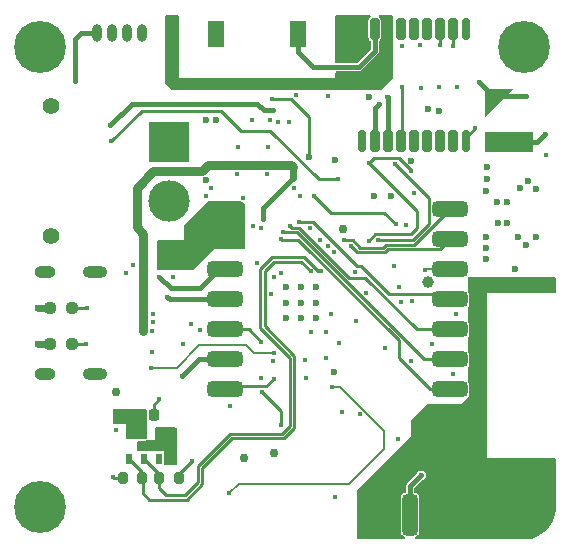
<source format=gbr>
%TF.GenerationSoftware,KiCad,Pcbnew,7.0.2*%
%TF.CreationDate,2023-10-17T14:13:15-04:00*%
%TF.ProjectId,BITSv5,42495453-7635-42e6-9b69-6361645f7063,rev?*%
%TF.SameCoordinates,Original*%
%TF.FileFunction,Copper,L4,Bot*%
%TF.FilePolarity,Positive*%
%FSLAX46Y46*%
G04 Gerber Fmt 4.6, Leading zero omitted, Abs format (unit mm)*
G04 Created by KiCad (PCBNEW 7.0.2) date 2023-10-17 14:13:15*
%MOMM*%
%LPD*%
G01*
G04 APERTURE LIST*
G04 Aperture macros list*
%AMRoundRect*
0 Rectangle with rounded corners*
0 $1 Rounding radius*
0 $2 $3 $4 $5 $6 $7 $8 $9 X,Y pos of 4 corners*
0 Add a 4 corners polygon primitive as box body*
4,1,4,$2,$3,$4,$5,$6,$7,$8,$9,$2,$3,0*
0 Add four circle primitives for the rounded corners*
1,1,$1+$1,$2,$3*
1,1,$1+$1,$4,$5*
1,1,$1+$1,$6,$7*
1,1,$1+$1,$8,$9*
0 Add four rect primitives between the rounded corners*
20,1,$1+$1,$2,$3,$4,$5,0*
20,1,$1+$1,$4,$5,$6,$7,0*
20,1,$1+$1,$6,$7,$8,$9,0*
20,1,$1+$1,$8,$9,$2,$3,0*%
%AMFreePoly0*
4,1,12,0.600036,1.800036,0.600050,1.800000,0.600050,-0.600000,0.600035,-0.600035,0.600000,-0.600050,-1.800000,-0.600050,-1.800035,-0.600035,-1.800050,-0.600000,-1.800035,-0.599965,0.599965,1.800036,0.600000,1.800050,0.600036,1.800036,0.600036,1.800036,$1*%
G04 Aperture macros list end*
%TA.AperFunction,ComponentPad*%
%ADD10C,0.600000*%
%TD*%
%TA.AperFunction,ComponentPad*%
%ADD11C,4.400000*%
%TD*%
%TA.AperFunction,ComponentPad*%
%ADD12O,2.100000X1.000000*%
%TD*%
%TA.AperFunction,ComponentPad*%
%ADD13O,1.800000X1.000000*%
%TD*%
%TA.AperFunction,SMDPad,CuDef*%
%ADD14O,0.800000X1.500000*%
%TD*%
%TA.AperFunction,ComponentPad*%
%ADD15C,1.400000*%
%TD*%
%TA.AperFunction,ComponentPad*%
%ADD16R,3.500000X3.500000*%
%TD*%
%TA.AperFunction,ComponentPad*%
%ADD17C,3.500000*%
%TD*%
%TA.AperFunction,SMDPad,CuDef*%
%ADD18RoundRect,0.200000X0.200000X0.275000X-0.200000X0.275000X-0.200000X-0.275000X0.200000X-0.275000X0*%
%TD*%
%TA.AperFunction,SMDPad,CuDef*%
%ADD19FreePoly0,180.000000*%
%TD*%
%TA.AperFunction,SMDPad,CuDef*%
%ADD20R,4.100000X1.700000*%
%TD*%
%TA.AperFunction,SMDPad,CuDef*%
%ADD21R,0.550000X0.950000*%
%TD*%
%TA.AperFunction,SMDPad,CuDef*%
%ADD22RoundRect,0.225000X-0.225000X-0.250000X0.225000X-0.250000X0.225000X0.250000X-0.225000X0.250000X0*%
%TD*%
%TA.AperFunction,SMDPad,CuDef*%
%ADD23RoundRect,0.322500X-1.177500X-0.322500X1.177500X-0.322500X1.177500X0.322500X-1.177500X0.322500X0*%
%TD*%
%TA.AperFunction,SMDPad,CuDef*%
%ADD24RoundRect,0.325000X-1.175000X-0.325000X1.175000X-0.325000X1.175000X0.325000X-1.175000X0.325000X0*%
%TD*%
%TA.AperFunction,SMDPad,CuDef*%
%ADD25RoundRect,0.325000X-0.325000X1.425000X-0.325000X-1.425000X0.325000X-1.425000X0.325000X1.425000X0*%
%TD*%
%TA.AperFunction,SMDPad,CuDef*%
%ADD26RoundRect,0.200000X-0.200000X-0.275000X0.200000X-0.275000X0.200000X0.275000X-0.200000X0.275000X0*%
%TD*%
%TA.AperFunction,SMDPad,CuDef*%
%ADD27R,1.362800X2.259800*%
%TD*%
%TA.AperFunction,SMDPad,CuDef*%
%ADD28RoundRect,0.237500X0.250000X0.237500X-0.250000X0.237500X-0.250000X-0.237500X0.250000X-0.237500X0*%
%TD*%
%TA.AperFunction,SMDPad,CuDef*%
%ADD29RoundRect,0.237500X-0.250000X-0.237500X0.250000X-0.237500X0.250000X0.237500X-0.250000X0.237500X0*%
%TD*%
%TA.AperFunction,SMDPad,CuDef*%
%ADD30RoundRect,0.175000X0.175000X-0.725000X0.175000X0.725000X-0.175000X0.725000X-0.175000X-0.725000X0*%
%TD*%
%TA.AperFunction,SMDPad,CuDef*%
%ADD31RoundRect,0.200000X0.200000X-0.700000X0.200000X0.700000X-0.200000X0.700000X-0.200000X-0.700000X0*%
%TD*%
%TA.AperFunction,ViaPad*%
%ADD32C,0.450000*%
%TD*%
%TA.AperFunction,ViaPad*%
%ADD33C,0.750000*%
%TD*%
%TA.AperFunction,ViaPad*%
%ADD34C,0.600000*%
%TD*%
%TA.AperFunction,ViaPad*%
%ADD35C,1.000000*%
%TD*%
%TA.AperFunction,Conductor*%
%ADD36C,0.450000*%
%TD*%
%TA.AperFunction,Conductor*%
%ADD37C,0.250000*%
%TD*%
%TA.AperFunction,Conductor*%
%ADD38C,0.200000*%
%TD*%
%TA.AperFunction,Conductor*%
%ADD39C,0.800000*%
%TD*%
%TA.AperFunction,Conductor*%
%ADD40C,0.600000*%
%TD*%
%TA.AperFunction,Conductor*%
%ADD41C,0.420000*%
%TD*%
G04 APERTURE END LIST*
D10*
%TO.P,U1,57,GND*%
%TO.N,GND*%
X129105000Y-68123100D03*
X130380000Y-68123100D03*
X131655000Y-68123100D03*
X129105000Y-66848100D03*
X130380000Y-66848100D03*
X131655000Y-66848100D03*
X129105000Y-65573100D03*
X130380000Y-65573100D03*
X131655000Y-65573100D03*
%TD*%
D11*
%TO.P,H2,1*%
%TO.N,N/C*%
X108225000Y-84200000D03*
%TD*%
D12*
%TO.P,J2,S1,SHIELD*%
%TO.N,GND*%
X112900100Y-64278102D03*
D13*
X108720100Y-64278102D03*
D12*
X112900100Y-72918102D03*
D13*
X108720100Y-72918102D03*
%TD*%
D14*
%TO.P,J3,5,Pin_5*%
%TO.N,unconnected-(J3-Pin_5-Pad5)*%
X116870000Y-44060000D03*
%TO.P,J3,6,Pin_6*%
%TO.N,unconnected-(J3-Pin_6-Pad6)*%
X115600000Y-44060000D03*
%TO.P,J3,7,Pin_7*%
%TO.N,unconnected-(J3-Pin_7-Pad7)*%
X114330000Y-44060000D03*
%TO.P,J3,8,Pin_8*%
%TO.N,GND*%
X113060000Y-44060000D03*
%TD*%
D15*
%TO.P,BT1,*%
%TO.N,*%
X109205100Y-61223102D03*
X109205100Y-50223102D03*
D16*
%TO.P,BT1,1,+*%
%TO.N,+BATT*%
X119205100Y-53223102D03*
D17*
%TO.P,BT1,2,-*%
%TO.N,GND*%
X119205100Y-58223102D03*
%TD*%
D11*
%TO.P,H3,1,1*%
%TO.N,GND*%
X149225000Y-84200000D03*
%TD*%
%TO.P,H1,1*%
%TO.N,N/C*%
X108225000Y-45200000D03*
%TD*%
%TO.P,H4,1*%
%TO.N,N/C*%
X149225000Y-45200000D03*
%TD*%
D18*
%TO.P,R9,2*%
%TO.N,/SDA*%
X118375000Y-81675000D03*
%TO.P,R9,1*%
%TO.N,+3V3*%
X120025000Y-81675000D03*
%TD*%
D19*
%TO.P,BT2,1,+*%
%TO.N,Net-(BT2-+)*%
X146550000Y-49325000D03*
D20*
%TO.P,BT2,2,-*%
%TO.N,GND*%
X148000000Y-53275000D03*
%TD*%
D21*
%TO.P,U11,1,VDD*%
%TO.N,+3V3*%
X115800000Y-77925000D03*
%TO.P,U11,2,PS*%
X117050000Y-77925000D03*
%TO.P,U11,3,GND*%
%TO.N,GND*%
X118300000Y-77925000D03*
%TO.P,U11,4,CSB*%
X119550000Y-77925000D03*
%TO.P,U11,5,CSB*%
X119550000Y-80075000D03*
%TO.P,U11,6,SDO*%
%TO.N,unconnected-(U11-SDO-Pad6)*%
X118300000Y-80075000D03*
%TO.P,U11,7,SDI/SDA*%
%TO.N,/SDA*%
X117050000Y-80075000D03*
%TO.P,U11,8,SCLK*%
%TO.N,/SCL*%
X115800000Y-80075000D03*
%TD*%
D22*
%TO.P,C29,1*%
%TO.N,+3V3*%
X116350000Y-76375000D03*
%TO.P,C29,2*%
%TO.N,GND*%
X117900000Y-76375000D03*
%TD*%
D23*
%TO.P,U4,1,SW*%
%TO.N,/DRF_SW*%
X123965000Y-74210000D03*
D24*
%TO.P,U4,2,GND*%
%TO.N,GND*%
X123965000Y-71665000D03*
%TO.P,U4,3,TXEN*%
%TO.N,/DRF_TXEN*%
X123965000Y-69125000D03*
%TO.P,U4,4,GND*%
%TO.N,GND*%
X123965000Y-66585000D03*
%TO.P,U4,5,GND*%
X123965000Y-64045000D03*
%TO.P,U4,6,VDD*%
%TO.N,+5V*%
X123965000Y-61505000D03*
%TO.P,U4,7,VDD*%
X123965000Y-58965000D03*
%TO.P,U4,8,DIO1*%
%TO.N,/DRF_DIO1*%
X142965000Y-58965000D03*
%TO.P,U4,9,BUSY*%
%TO.N,/DRF_BUSY*%
X142965000Y-61505000D03*
%TO.P,U4,10,RST*%
%TO.N,/RESET*%
X142965000Y-64045000D03*
%TO.P,U4,11,MISO*%
%TO.N,/DRF_MISO*%
X142965000Y-66585000D03*
%TO.P,U4,12,MOSI*%
%TO.N,/DRF_MOSI*%
X142965000Y-69125000D03*
%TO.P,U4,13,SCK*%
%TO.N,/DRF_CLK*%
X142965000Y-71665000D03*
D23*
%TO.P,U4,14,NSS*%
%TO.N,/DRF_CS*%
X142965000Y-74210000D03*
D25*
%TO.P,U4,15,GND*%
%TO.N,GND*%
X142135000Y-84815000D03*
%TO.P,U4,16,ANT*%
%TO.N,Net-(AE2-A)*%
X139595000Y-84815000D03*
%TO.P,U4,17,GND*%
%TO.N,GND*%
X137055000Y-84815000D03*
%TD*%
D26*
%TO.P,R6,1*%
%TO.N,+3V3*%
X115275000Y-81675000D03*
%TO.P,R6,2*%
%TO.N,/SCL*%
X116925000Y-81675000D03*
%TD*%
D27*
%TO.P,AE1,1,A*%
%TO.N,Net-(AE1-A)*%
X130101301Y-44155000D03*
%TO.P,AE1,2*%
%TO.N,N/C*%
X123175899Y-44155000D03*
%TD*%
D28*
%TO.P,R8,1*%
%TO.N,Net-(J2-CC2)*%
X110932600Y-70348102D03*
%TO.P,R8,2*%
%TO.N,GND*%
X109107600Y-70348102D03*
%TD*%
D29*
%TO.P,R7,1*%
%TO.N,GND*%
X109107600Y-67348102D03*
%TO.P,R7,2*%
%TO.N,Net-(J2-CC1)*%
X110932600Y-67348102D03*
%TD*%
D30*
%TO.P,U3,1,GND*%
%TO.N,GND*%
X144300000Y-53200000D03*
D31*
%TO.P,U3,2,TXD*%
%TO.N,unconnected-(U3-TXD-Pad2)*%
X143200000Y-53200000D03*
%TO.P,U3,3,RXD*%
%TO.N,unconnected-(U3-RXD-Pad3)*%
X142100000Y-53200000D03*
%TO.P,U3,4,TIMEPULSE*%
%TO.N,unconnected-(U3-TIMEPULSE-Pad4)*%
X141000000Y-53200000D03*
%TO.P,U3,5,EXTINT*%
%TO.N,unconnected-(U3-EXTINT-Pad5)*%
X139900000Y-53200000D03*
%TO.P,U3,6,V_BCKP*%
%TO.N,Net-(BT2-+)*%
X138800000Y-53200000D03*
%TO.P,U3,7,VCC_IO*%
%TO.N,+3V3*%
X137700000Y-53200000D03*
%TO.P,U3,8,VCC*%
X136600000Y-53200000D03*
D30*
%TO.P,U3,9,~{RESET}*%
%TO.N,unconnected-(U3-~{RESET}-Pad9)*%
X135500000Y-53200000D03*
%TO.P,U3,10,GND*%
%TO.N,GND*%
X135500000Y-43700000D03*
D31*
%TO.P,U3,11,RF_IN*%
%TO.N,Net-(AE1-A)*%
X136600000Y-43700000D03*
%TO.P,U3,12,GND*%
%TO.N,GND*%
X137700000Y-43700000D03*
%TO.P,U3,13,LNA_EN*%
%TO.N,unconnected-(U3-LNA_EN-Pad13)*%
X138800000Y-43700000D03*
%TO.P,U3,14,VCC_RF*%
%TO.N,unconnected-(U3-VCC_RF-Pad14)*%
X139900000Y-43700000D03*
%TO.P,U3,15,VIO_SEL*%
%TO.N,unconnected-(U3-VIO_SEL-Pad15)*%
X141000000Y-43700000D03*
%TO.P,U3,16,SDA*%
%TO.N,/SDA*%
X142100000Y-43700000D03*
%TO.P,U3,17,SCL*%
%TO.N,/SCL*%
X143200000Y-43700000D03*
D30*
%TO.P,U3,18,~{SAFEBOOT}*%
%TO.N,unconnected-(U3-~{SAFEBOOT}-Pad18)*%
X144300000Y-43700000D03*
%TD*%
D32*
%TO.N,+3V3*%
X131980000Y-61570000D03*
X127850000Y-66120000D03*
X137670000Y-49440000D03*
X136940000Y-50060000D03*
%TO.N,GND*%
X124366402Y-75571000D03*
X145110000Y-52070000D03*
X129320000Y-51530000D03*
%TO.N,/LVC_CUTOFF*%
X114300000Y-53180000D03*
%TO.N,GND*%
X118330000Y-64650000D03*
X119030000Y-66350000D03*
X120270000Y-73110000D03*
%TO.N,Net-(SW3-C)*%
X128030000Y-50530000D03*
X114210000Y-51860000D03*
%TO.N,/LED*%
X128080000Y-71150000D03*
%TO.N,GND*%
X111250000Y-48060000D03*
%TO.N,/RP_SWD*%
X116120000Y-63650000D03*
%TO.N,/RP_SWCLK*%
X115540000Y-64380000D03*
%TO.N,/RP_SWD*%
X128700000Y-64340000D03*
%TO.N,/RP_SWCLK*%
X128110000Y-64730000D03*
%TO.N,GND*%
X129911937Y-49298063D03*
X132660000Y-49360000D03*
%TO.N,+3V3*%
X135858068Y-66081932D03*
%TO.N,/DRF_SW*%
X128040000Y-73330000D03*
%TO.N,/DRF_TXEN*%
X127010000Y-70160000D03*
%TO.N,/DRF_BUSY*%
X134570000Y-62070000D03*
%TO.N,/DRF_DIO1*%
X133990000Y-61550000D03*
D33*
%TO.N,GND*%
X133930000Y-60620000D03*
D32*
%TO.N,/DRF_TXEN*%
X131231819Y-69308181D03*
%TO.N,GND*%
X140470000Y-45050000D03*
X138910000Y-45090000D03*
X137690000Y-46840000D03*
X137310000Y-47740000D03*
X136550000Y-48360000D03*
X135590000Y-48410000D03*
X134580000Y-48420000D03*
X133530000Y-48380000D03*
X132280000Y-48330000D03*
X130760000Y-48290000D03*
X129270000Y-48320000D03*
X127930000Y-48350000D03*
X126370000Y-48360000D03*
X125060000Y-48350000D03*
X123650000Y-48360000D03*
X122350000Y-48340000D03*
X121170000Y-48340000D03*
X119800000Y-48280000D03*
X119380000Y-47400000D03*
X119330000Y-46060000D03*
X119330000Y-44990000D03*
X119370000Y-43840000D03*
X119400000Y-42890000D03*
X135740000Y-45210000D03*
X135120000Y-45800000D03*
X134460000Y-46110000D03*
X133640000Y-46150000D03*
X133580000Y-47650000D03*
X134420000Y-47650000D03*
X135480000Y-47590000D03*
X136240000Y-47090000D03*
X136780000Y-46560000D03*
X137360000Y-45850000D03*
X137350000Y-45140000D03*
%TO.N,/RESET*%
X140820000Y-64090000D03*
%TO.N,/DRF_BUSY*%
X133560000Y-70290000D03*
%TO.N,+3V3*%
X121150000Y-80250000D03*
%TO.N,/SDA*%
X132076477Y-64181879D03*
%TO.N,/SCL*%
X131190327Y-64209620D03*
%TO.N,GND*%
X137500000Y-70690000D03*
%TO.N,/RESET*%
X132970000Y-73980000D03*
%TO.N,GND*%
X143510000Y-67810000D03*
X141490000Y-70360000D03*
X143250000Y-72900000D03*
X139710000Y-71800000D03*
%TO.N,+3V3*%
X135350000Y-76330000D03*
%TO.N,VCC*%
X127920000Y-49590000D03*
X131480000Y-57790000D03*
D34*
X131040000Y-54550000D03*
%TO.N,+BATT*%
X122310000Y-56440000D03*
%TO.N,VBUS*%
X129660000Y-56280000D03*
X129680000Y-55360000D03*
D32*
%TO.N,GND*%
X119520000Y-64660000D03*
X121830000Y-69150000D03*
%TO.N,+3V3*%
X121060000Y-68690000D03*
X126660000Y-63470000D03*
%TO.N,/DRF_DIO1*%
X132515000Y-69345000D03*
%TO.N,/DRF_SW*%
X132460000Y-71530000D03*
%TO.N,GND*%
X130800000Y-73220000D03*
X133810000Y-76160000D03*
X138600000Y-78430000D03*
X133270000Y-83340000D03*
%TO.N,+3V3*%
X114730000Y-77640000D03*
%TO.N,GND*%
X117780000Y-71020000D03*
X117780000Y-69220000D03*
X117820000Y-68480000D03*
X117790000Y-67820000D03*
%TO.N,+3V3*%
X120340000Y-70390000D03*
X127980000Y-71830000D03*
X130690000Y-71720000D03*
D34*
X133120000Y-72760000D03*
%TO.N,+5V*%
X119610000Y-61960000D03*
X118590000Y-61970000D03*
X118600000Y-62790000D03*
X119660000Y-62810000D03*
X119660000Y-63640000D03*
X118610000Y-63640000D03*
%TO.N,GND*%
X148450000Y-64020000D03*
%TO.N,+5V*%
X149450000Y-62020000D03*
X150260000Y-61310000D03*
X148720000Y-61340000D03*
X147840000Y-60120000D03*
X147050000Y-60100000D03*
X146030000Y-61340000D03*
X146040000Y-62250000D03*
X146040000Y-63180000D03*
%TO.N,+3V3*%
X149570000Y-56600000D03*
X150220000Y-57200000D03*
X148880000Y-57160000D03*
X147810000Y-58370000D03*
X146950000Y-58370000D03*
X146060000Y-57380000D03*
X146090000Y-56400000D03*
X146080000Y-55370000D03*
D32*
%TO.N,GND*%
X150980000Y-52610000D03*
X151120000Y-54330000D03*
%TO.N,Net-(BT2-+)*%
X149400000Y-49360000D03*
%TO.N,GND*%
X126280000Y-60380000D03*
X127000000Y-60530000D03*
%TO.N,+BATT*%
X125490000Y-58040000D03*
%TO.N,VBUS*%
X127100000Y-59790000D03*
%TO.N,Net-(BT2-+)*%
X138920000Y-48590000D03*
X145450000Y-48200000D03*
%TO.N,+3V3*%
X140490000Y-48660000D03*
X142020000Y-48600000D03*
X143570000Y-48610000D03*
%TO.N,/SCL*%
X143200000Y-45090000D03*
%TO.N,/SDA*%
X142090000Y-45060000D03*
%TO.N,GND*%
X143480000Y-75790000D03*
X142330000Y-75850000D03*
X141310000Y-75910000D03*
X140580000Y-76520000D03*
X140100000Y-77410000D03*
X139770000Y-78650000D03*
X138930000Y-79450000D03*
X138070000Y-80230000D03*
X137130000Y-81170000D03*
X136260000Y-82120000D03*
X135460000Y-82970000D03*
X135460000Y-84170000D03*
X135450000Y-85310000D03*
X135470000Y-86420000D03*
X151350000Y-65530000D03*
X150440000Y-65540000D03*
X149380000Y-65490000D03*
X148380000Y-65500000D03*
X147450000Y-65490000D03*
X146420000Y-65510000D03*
X145460000Y-66070000D03*
X145470000Y-67080000D03*
X145480000Y-67950000D03*
X145530000Y-69060000D03*
X145560000Y-70130000D03*
X145590000Y-71360000D03*
X145620000Y-72550000D03*
X145630000Y-73640000D03*
X145640000Y-74630000D03*
X150920000Y-80650000D03*
X149760000Y-80550000D03*
X148640000Y-80560000D03*
X147500000Y-80600000D03*
X146460000Y-80630000D03*
X145690000Y-80010000D03*
X145720000Y-78930000D03*
X145690000Y-75630000D03*
X144960000Y-75950000D03*
X144440000Y-76470000D03*
X143810000Y-77060000D03*
X143140000Y-77750000D03*
X142470000Y-78370000D03*
X141800000Y-79020000D03*
X141180000Y-79650000D03*
X145820000Y-77140000D03*
X145380000Y-77700000D03*
X144870000Y-78280000D03*
X144320000Y-78860000D03*
X143760000Y-79370000D03*
X143150000Y-79930000D03*
X142640000Y-80490000D03*
X142100000Y-81110000D03*
X141540000Y-81700000D03*
X141040000Y-82210000D03*
X140660000Y-80190000D03*
X140130000Y-80680000D03*
X139630000Y-81100000D03*
X139190000Y-81630000D03*
X138770000Y-82250000D03*
X138420000Y-83010000D03*
X138310000Y-83950000D03*
X138310000Y-84860000D03*
X138330000Y-85670000D03*
X138390000Y-86580000D03*
X140730000Y-86510000D03*
X140830000Y-85770000D03*
X140830000Y-85100000D03*
X140790000Y-84260000D03*
X140760000Y-83450000D03*
X140490000Y-82660000D03*
%TO.N,Net-(AE2-A)*%
X140540000Y-81460000D03*
%TO.N,/QSPI_SS*%
X127070000Y-74430000D03*
X128670000Y-77240000D03*
D33*
%TO.N,GND*%
X128050000Y-79580000D03*
%TO.N,+5V*%
X125550000Y-79980000D03*
D32*
%TO.N,/RESET*%
X124300000Y-83000000D03*
%TO.N,GND*%
X138620000Y-65550000D03*
X138810000Y-66800000D03*
X139770000Y-66720000D03*
X138260000Y-63780000D03*
X134980000Y-68400000D03*
X132860000Y-67850000D03*
%TO.N,/RESET*%
X134890000Y-64270000D03*
%TO.N,GND*%
X131120000Y-60530000D03*
%TO.N,/SDA*%
X133160000Y-62550000D03*
%TO.N,/SCL*%
X132664458Y-62034458D03*
%TO.N,/DRF_CS*%
X128626224Y-61453776D03*
%TO.N,/DRF_MISO*%
X130180000Y-60030000D03*
%TO.N,/DRF_CLK*%
X128840000Y-60840000D03*
%TO.N,/DRF_MOSI*%
X129440000Y-60378000D03*
D34*
%TO.N,GND*%
X141073000Y-50496899D03*
D32*
X124980000Y-55960000D03*
D34*
X139703000Y-54831899D03*
D32*
X129780000Y-57160000D03*
X118075000Y-78975000D03*
D34*
X122325000Y-51355000D03*
X108120100Y-67348102D03*
D32*
X127530000Y-53660000D03*
X117450000Y-78975000D03*
X128405000Y-51535000D03*
D34*
X133195000Y-54775000D03*
D32*
X130280000Y-57860000D03*
D34*
X136085000Y-49425000D03*
D32*
X118350000Y-75050000D03*
X116825000Y-79000000D03*
D33*
X114695000Y-74425000D03*
D34*
X137958000Y-57806899D03*
D32*
X126980000Y-73215600D03*
X126230000Y-51435000D03*
D34*
X108120100Y-70348102D03*
X142043000Y-50651899D03*
D32*
X122305000Y-57860000D03*
X125005000Y-53660000D03*
D35*
X141088101Y-65151899D03*
D32*
X127705000Y-51410000D03*
X122780000Y-57185000D03*
D34*
X136533000Y-57831899D03*
D32*
X127505000Y-55960000D03*
D34*
X123175000Y-51355000D03*
D32*
%TO.N,+3V3*%
X114400000Y-81625000D03*
D34*
X115025000Y-76525000D03*
D32*
%TO.N,VCC*%
X138403000Y-60226899D03*
%TO.N,Net-(U5-FB1)*%
X136860000Y-61520000D03*
X138323000Y-55086899D03*
%TO.N,Net-(U5-BIAS)*%
X136090000Y-61600000D03*
X136113000Y-55016899D03*
X139713000Y-55706899D03*
%TO.N,Net-(U5-VCC)*%
X139923000Y-57546899D03*
X139253000Y-60326899D03*
D34*
%TO.N,VBUS*%
X117005000Y-67825000D03*
X117005000Y-68555000D03*
X117015000Y-69295000D03*
D32*
%TO.N,Net-(J2-CC1)*%
X112245100Y-67348102D03*
%TO.N,/LED*%
X117637500Y-72400000D03*
%TO.N,/LVC_CUTOFF*%
X133473000Y-56416899D03*
%TO.N,Net-(J2-CC2)*%
X112145100Y-70348102D03*
%TD*%
D36*
%TO.N,+3V3*%
X137700000Y-49470000D02*
X137670000Y-49440000D01*
X137700000Y-53200000D02*
X137700000Y-49470000D01*
X136600000Y-50400000D02*
X136940000Y-50060000D01*
X136600000Y-53200000D02*
X136600000Y-50400000D01*
D37*
%TO.N,Net-(BT2-+)*%
X138920000Y-53080000D02*
X138920000Y-48590000D01*
X138800000Y-53200000D02*
X138920000Y-53080000D01*
%TO.N,Net-(U5-BIAS)*%
X138669899Y-54609899D02*
X136520000Y-54609899D01*
X136520000Y-54609899D02*
X136113000Y-55016899D01*
X139713000Y-55653000D02*
X138669899Y-54609899D01*
X139713000Y-55706899D02*
X139713000Y-55653000D01*
X140170000Y-59073899D02*
X136113000Y-55016899D01*
X140170000Y-60540000D02*
X140170000Y-59073899D01*
X139667000Y-61043000D02*
X140170000Y-60540000D01*
X136647000Y-61043000D02*
X139667000Y-61043000D01*
X136090000Y-61600000D02*
X136647000Y-61043000D01*
%TO.N,Net-(U5-FB1)*%
X141213000Y-57976899D02*
X138323000Y-55086899D01*
X141213000Y-60183842D02*
X141213000Y-57976899D01*
X139876842Y-61520000D02*
X141213000Y-60183842D01*
X136860000Y-61520000D02*
X139876842Y-61520000D01*
%TO.N,/DRF_DIO1*%
X137320582Y-62213000D02*
X135387580Y-62213000D01*
X137557581Y-61976000D02*
X137320582Y-62213000D01*
X135387580Y-62213000D02*
X134724580Y-61550000D01*
X134724580Y-61550000D02*
X133990000Y-61550000D01*
X142965000Y-58965000D02*
X139954000Y-61976000D01*
X139954000Y-61976000D02*
X137557581Y-61976000D01*
%TO.N,/DRF_BUSY*%
X135090000Y-62590000D02*
X134570000Y-62070000D01*
X137713740Y-62353000D02*
X137476741Y-62590000D01*
X142117000Y-62353000D02*
X137713740Y-62353000D01*
X137476741Y-62590000D02*
X135090000Y-62590000D01*
X142965000Y-61505000D02*
X142117000Y-62353000D01*
%TO.N,GND*%
X144300000Y-52880000D02*
X145110000Y-52070000D01*
X144300000Y-53200000D02*
X144300000Y-52880000D01*
%TO.N,/LVC_CUTOFF*%
X123580000Y-50610000D02*
X116870000Y-50610000D01*
X127770000Y-52320000D02*
X125290000Y-52320000D01*
X131866899Y-56416899D02*
X127770000Y-52320000D01*
X116870000Y-50610000D02*
X114300000Y-53180000D01*
X133473000Y-56416899D02*
X131866899Y-56416899D01*
X125290000Y-52320000D02*
X123580000Y-50610000D01*
D36*
%TO.N,Net-(SW3-C)*%
X126660000Y-50000000D02*
X127190000Y-50530000D01*
X116070000Y-50000000D02*
X126660000Y-50000000D01*
X127190000Y-50530000D02*
X128030000Y-50530000D01*
X114210000Y-51860000D02*
X116070000Y-50000000D01*
%TO.N,GND*%
X119340000Y-65660000D02*
X118330000Y-64650000D01*
X121780000Y-65660000D02*
X119340000Y-65660000D01*
X123395000Y-64045000D02*
X121780000Y-65660000D01*
X123965000Y-64045000D02*
X123395000Y-64045000D01*
X119265000Y-66585000D02*
X119030000Y-66350000D01*
X123965000Y-66585000D02*
X119265000Y-66585000D01*
X121715000Y-71665000D02*
X120270000Y-73110000D01*
X123965000Y-71665000D02*
X121715000Y-71665000D01*
D38*
%TO.N,/LED*%
X119830000Y-72400000D02*
X117637500Y-72400000D01*
X125730000Y-70480000D02*
X121750000Y-70480000D01*
X126400000Y-71150000D02*
X125730000Y-70480000D01*
X121750000Y-70480000D02*
X119830000Y-72400000D01*
X128080000Y-71150000D02*
X126400000Y-71150000D01*
D37*
%TO.N,VCC*%
X132930000Y-59240000D02*
X137416101Y-59240000D01*
X131480000Y-57790000D02*
X132930000Y-59240000D01*
X137416101Y-59240000D02*
X138403000Y-60226899D01*
D36*
%TO.N,GND*%
X111250000Y-44560000D02*
X111250000Y-48060000D01*
X111750000Y-44060000D02*
X111250000Y-44560000D01*
X113060000Y-44060000D02*
X111750000Y-44060000D01*
D37*
%TO.N,/SDA*%
X118375000Y-82555000D02*
X118375000Y-81675000D01*
X118960000Y-83140000D02*
X118375000Y-82555000D01*
X120536842Y-83140000D02*
X118960000Y-83140000D01*
X121623421Y-82053421D02*
X120536842Y-83140000D01*
X121623421Y-80683421D02*
X121623421Y-82053421D01*
X124366842Y-77940000D02*
X121623421Y-80683421D01*
X128780000Y-77940000D02*
X124366842Y-77940000D01*
X129430000Y-71510000D02*
X129430000Y-77290000D01*
X126920000Y-69000000D02*
X129430000Y-71510000D01*
X130654580Y-63000000D02*
X127910000Y-63000000D01*
X131836459Y-64181879D02*
X130654580Y-63000000D01*
X129430000Y-77290000D02*
X128780000Y-77940000D01*
X127910000Y-63000000D02*
X126920000Y-63990000D01*
X126920000Y-63990000D02*
X126920000Y-69000000D01*
X132076477Y-64181879D02*
X131836459Y-64181879D01*
%TO.N,/SCL*%
X116980000Y-81730000D02*
X116925000Y-81675000D01*
X116980000Y-83000000D02*
X116980000Y-81730000D01*
X117510000Y-83530000D02*
X116980000Y-83000000D01*
X117510000Y-83540000D02*
X117510000Y-83530000D01*
X120670000Y-83540000D02*
X117510000Y-83540000D01*
X122000421Y-82209579D02*
X120670000Y-83540000D01*
X122000421Y-80839579D02*
X122000421Y-82209579D01*
X124510000Y-78330000D02*
X122000421Y-80839579D01*
X128923158Y-78330000D02*
X124510000Y-78330000D01*
X127297000Y-68843842D02*
X129807000Y-71353842D01*
X129807000Y-71353842D02*
X129807000Y-77446158D01*
X127297000Y-64146158D02*
X127297000Y-68843842D01*
X128066158Y-63377000D02*
X127297000Y-64146158D01*
X131190327Y-64209620D02*
X130357707Y-63377000D01*
X129807000Y-77446158D02*
X128923158Y-78330000D01*
X130357707Y-63377000D02*
X128066158Y-63377000D01*
%TO.N,/DRF_SW*%
X127417000Y-73953000D02*
X128040000Y-73330000D01*
X124222000Y-73953000D02*
X127417000Y-73953000D01*
X123965000Y-74210000D02*
X124222000Y-73953000D01*
%TO.N,/DRF_TXEN*%
X125975000Y-69125000D02*
X127010000Y-70160000D01*
X123965000Y-69125000D02*
X125975000Y-69125000D01*
%TO.N,/DRF_MISO*%
X133637000Y-62357000D02*
X133637000Y-62332420D01*
X131334580Y-60030000D02*
X130180000Y-60030000D01*
X135073000Y-63793000D02*
X133637000Y-62357000D01*
X137810000Y-66150000D02*
X135453000Y-63793000D01*
X142530000Y-66150000D02*
X137810000Y-66150000D01*
X133637000Y-62332420D02*
X131334580Y-60030000D01*
X142965000Y-66585000D02*
X142530000Y-66150000D01*
X135453000Y-63793000D02*
X135073000Y-63793000D01*
%TO.N,/DRF_MOSI*%
X130148421Y-60513000D02*
X129575000Y-60513000D01*
X134382420Y-64747000D02*
X130148421Y-60513000D01*
X135807000Y-64747000D02*
X134382420Y-64747000D01*
X140185000Y-69125000D02*
X135807000Y-64747000D01*
X129575000Y-60513000D02*
X129440000Y-60378000D01*
X142965000Y-69125000D02*
X140185000Y-69125000D01*
%TO.N,/DRF_CLK*%
X128890000Y-60890000D02*
X128840000Y-60840000D01*
X129992262Y-60890000D02*
X128890000Y-60890000D01*
X140767262Y-71665000D02*
X129992262Y-60890000D01*
X142965000Y-71665000D02*
X140767262Y-71665000D01*
%TO.N,/DRF_CS*%
X128699448Y-61527000D02*
X128626224Y-61453776D01*
X138620000Y-70050896D02*
X130096104Y-61527000D01*
X130096104Y-61527000D02*
X128699448Y-61527000D01*
X141299420Y-74210000D02*
X138620000Y-71530580D01*
X142965000Y-74210000D02*
X141299420Y-74210000D01*
X138620000Y-71530580D02*
X138620000Y-70050896D01*
%TO.N,VCC*%
X131040000Y-51100000D02*
X131040000Y-54550000D01*
X129530000Y-49590000D02*
X131040000Y-51100000D01*
X127920000Y-49590000D02*
X129530000Y-49590000D01*
D38*
%TO.N,/RESET*%
X140865000Y-64045000D02*
X140820000Y-64090000D01*
X142965000Y-64045000D02*
X140865000Y-64045000D01*
D37*
%TO.N,/QSPI_SS*%
X128670000Y-77240000D02*
X128670000Y-76030000D01*
X128670000Y-76030000D02*
X127070000Y-74430000D01*
%TO.N,+3V3*%
X120025000Y-81375000D02*
X121150000Y-80250000D01*
X120025000Y-81675000D02*
X120025000Y-81375000D01*
%TO.N,/SDA*%
X118375000Y-81675000D02*
X118375000Y-81400000D01*
X118375000Y-81400000D02*
X117050000Y-80075000D01*
D38*
%TO.N,/RESET*%
X134440000Y-82200000D02*
X125100000Y-82200000D01*
X125100000Y-82200000D02*
X124300000Y-83000000D01*
X137420000Y-79220000D02*
X134440000Y-82200000D01*
X137420000Y-77760775D02*
X137420000Y-79220000D01*
X133639225Y-73980000D02*
X137420000Y-77760775D01*
X132970000Y-73980000D02*
X133639225Y-73980000D01*
D36*
%TO.N,VBUS*%
X127100000Y-58840000D02*
X129660000Y-56280000D01*
X127100000Y-59790000D02*
X127100000Y-58840000D01*
D39*
X116450000Y-57120000D02*
X117850000Y-55720000D01*
X116450000Y-60491643D02*
X116450000Y-57120000D01*
X117850000Y-55720000D02*
X122001866Y-55720000D01*
X122001866Y-55720000D02*
X122511866Y-55210000D01*
X129530000Y-55210000D02*
X129680000Y-55360000D01*
X117015000Y-61056643D02*
X116450000Y-60491643D01*
X117015000Y-69295000D02*
X117015000Y-61056643D01*
X122511866Y-55210000D02*
X129530000Y-55210000D01*
D40*
X129680000Y-55360000D02*
X129680000Y-56260000D01*
X129680000Y-56260000D02*
X129660000Y-56280000D01*
D36*
%TO.N,GND*%
X150315000Y-53275000D02*
X150980000Y-52610000D01*
X148000000Y-53275000D02*
X150315000Y-53275000D01*
%TO.N,Net-(BT2-+)*%
X149365000Y-49325000D02*
X149400000Y-49360000D01*
X146550000Y-49325000D02*
X149365000Y-49325000D01*
X146550000Y-49300000D02*
X145450000Y-48200000D01*
X146550000Y-49325000D02*
X146550000Y-49300000D01*
D37*
%TO.N,/SCL*%
X143200000Y-43700000D02*
X143200000Y-45090000D01*
%TO.N,/SDA*%
X142100000Y-45050000D02*
X142090000Y-45060000D01*
X142100000Y-43700000D02*
X142100000Y-45050000D01*
D41*
%TO.N,Net-(AE1-A)*%
X130101301Y-45631301D02*
X130101301Y-44155000D01*
X135230000Y-46920000D02*
X131390000Y-46920000D01*
X136600000Y-45550000D02*
X135230000Y-46920000D01*
X136600000Y-43700000D02*
X136600000Y-45550000D01*
X131390000Y-46920000D02*
X130101301Y-45631301D01*
%TO.N,Net-(AE2-A)*%
X139595000Y-82405000D02*
X140540000Y-81460000D01*
X139595000Y-84815000D02*
X139595000Y-82405000D01*
D40*
%TO.N,GND*%
X109107600Y-67348102D02*
X108120100Y-67348102D01*
D37*
X117900000Y-76375000D02*
X117900000Y-75500000D01*
D40*
X109107600Y-70348102D02*
X108120100Y-70348102D01*
D37*
X117900000Y-75500000D02*
X118350000Y-75050000D01*
%TO.N,+3V3*%
X114450000Y-81675000D02*
X114400000Y-81625000D01*
X115275000Y-81675000D02*
X114450000Y-81675000D01*
%TO.N,Net-(J2-CC1)*%
X110932600Y-67348102D02*
X112245100Y-67348102D01*
%TO.N,Net-(J2-CC2)*%
X110932600Y-70348102D02*
X112145100Y-70348102D01*
%TO.N,/SCL*%
X116925000Y-81675000D02*
X116925000Y-81200000D01*
X116925000Y-81200000D02*
X115800000Y-80075000D01*
%TD*%
%TA.AperFunction,Conductor*%
%TO.N,+3V3*%
G36*
X117268039Y-75894685D02*
G01*
X117313794Y-75947489D01*
X117325000Y-75999000D01*
X117325000Y-76065404D01*
X117323704Y-76083284D01*
X117322500Y-76091546D01*
X117322500Y-76658451D01*
X117323705Y-76666717D01*
X117325000Y-76684592D01*
X117325000Y-78276000D01*
X117305315Y-78343039D01*
X117252511Y-78388794D01*
X117201000Y-78400000D01*
X115649000Y-78400000D01*
X115581961Y-78380315D01*
X115536206Y-78327511D01*
X115525000Y-78276000D01*
X115525000Y-77175000D01*
X114524000Y-77175000D01*
X114456961Y-77155315D01*
X114411206Y-77102511D01*
X114400000Y-77051000D01*
X114400000Y-75999000D01*
X114419685Y-75931961D01*
X114472489Y-75886206D01*
X114524000Y-75875000D01*
X117201000Y-75875000D01*
X117268039Y-75894685D01*
G37*
%TD.AperFunction*%
%TD*%
%TA.AperFunction,Conductor*%
%TO.N,GND*%
G36*
X119793039Y-77444685D02*
G01*
X119838794Y-77497489D01*
X119850000Y-77549000D01*
X119850000Y-80451000D01*
X119830315Y-80518039D01*
X119777511Y-80563794D01*
X119726000Y-80575000D01*
X118849000Y-80575000D01*
X118781961Y-80555315D01*
X118736206Y-80502511D01*
X118725000Y-80451000D01*
X118725000Y-79450000D01*
X116624000Y-79450000D01*
X116556961Y-79430315D01*
X116511206Y-79377511D01*
X116500000Y-79326000D01*
X116500000Y-78656500D01*
X116519685Y-78589461D01*
X116572489Y-78543706D01*
X116624000Y-78532500D01*
X117197690Y-78532500D01*
X117201000Y-78532500D01*
X117229166Y-78529472D01*
X117231197Y-78529030D01*
X117250206Y-78527500D01*
X117337558Y-78527500D01*
X117374748Y-78520102D01*
X117410972Y-78495898D01*
X117477650Y-78475020D01*
X117479863Y-78475000D01*
X118000000Y-78475000D01*
X118000000Y-77549000D01*
X118019685Y-77481961D01*
X118072489Y-77436206D01*
X118124000Y-77425000D01*
X119726000Y-77425000D01*
X119793039Y-77444685D01*
G37*
%TD.AperFunction*%
%TD*%
%TA.AperFunction,Conductor*%
%TO.N,GND*%
G36*
X151867539Y-64689685D02*
G01*
X151913294Y-64742489D01*
X151924500Y-64794000D01*
X151924500Y-65956000D01*
X151904815Y-66023039D01*
X151852011Y-66068794D01*
X151800500Y-66080000D01*
X146090000Y-66080000D01*
X146090000Y-80030000D01*
X151800500Y-80030000D01*
X151867539Y-80049685D01*
X151913294Y-80102489D01*
X151924500Y-80154000D01*
X151924500Y-84196519D01*
X151924305Y-84203472D01*
X151907916Y-84495296D01*
X151906359Y-84509114D01*
X151857984Y-84793827D01*
X151854890Y-84807384D01*
X151774939Y-85084899D01*
X151770346Y-85098024D01*
X151659830Y-85364834D01*
X151653797Y-85377362D01*
X151514100Y-85630125D01*
X151506702Y-85641899D01*
X151339584Y-85877430D01*
X151330914Y-85888302D01*
X151138475Y-86103642D01*
X151128642Y-86113475D01*
X150913302Y-86305914D01*
X150902430Y-86314584D01*
X150666899Y-86481702D01*
X150655125Y-86489100D01*
X150402362Y-86628797D01*
X150389834Y-86634830D01*
X150123024Y-86745346D01*
X150109899Y-86749939D01*
X149832384Y-86829890D01*
X149818827Y-86832984D01*
X149534114Y-86881359D01*
X149520296Y-86882916D01*
X149228472Y-86899305D01*
X149221519Y-86899500D01*
X140135123Y-86899500D01*
X140068084Y-86879815D01*
X140022329Y-86827011D01*
X140012385Y-86757853D01*
X140041410Y-86694297D01*
X140094169Y-86658458D01*
X140107372Y-86653837D01*
X140133827Y-86644581D01*
X140133827Y-86644580D01*
X140133829Y-86644580D01*
X140243580Y-86563580D01*
X140324580Y-86453829D01*
X140324581Y-86453827D01*
X140369633Y-86325075D01*
X140372500Y-86294502D01*
X140372500Y-83335498D01*
X140369633Y-83304925D01*
X140324581Y-83176173D01*
X140324580Y-83176170D01*
X140243580Y-83066419D01*
X140133829Y-82985419D01*
X140015546Y-82944031D01*
X139958770Y-82903309D01*
X139933022Y-82838357D01*
X139932500Y-82826989D01*
X139932500Y-82596158D01*
X139952185Y-82529119D01*
X139968815Y-82508481D01*
X140603353Y-81873942D01*
X140646607Y-81850324D01*
X140646106Y-81849340D01*
X140663605Y-81840423D01*
X140663607Y-81840423D01*
X140775114Y-81783607D01*
X140863607Y-81695114D01*
X140920423Y-81583607D01*
X140940000Y-81460000D01*
X140920423Y-81336393D01*
X140863607Y-81224886D01*
X140775114Y-81136393D01*
X140663607Y-81079577D01*
X140663606Y-81079576D01*
X140663605Y-81079576D01*
X140539999Y-81059999D01*
X140416394Y-81079576D01*
X140304884Y-81136394D01*
X140216394Y-81224884D01*
X140150661Y-81353892D01*
X140149118Y-81353106D01*
X140130914Y-81391502D01*
X140126056Y-81396645D01*
X139370594Y-82152107D01*
X139362621Y-82159414D01*
X139332469Y-82184714D01*
X139312789Y-82218801D01*
X139306982Y-82227918D01*
X139283973Y-82260780D01*
X139273092Y-82287047D01*
X139266126Y-82326552D01*
X139263785Y-82337108D01*
X139253597Y-82375130D01*
X139257028Y-82414336D01*
X139257500Y-82425144D01*
X139257500Y-82826989D01*
X139237815Y-82894028D01*
X139185011Y-82939783D01*
X139174454Y-82944031D01*
X139056170Y-82985419D01*
X138946419Y-83066419D01*
X138865419Y-83176170D01*
X138820366Y-83304926D01*
X138817770Y-83332612D01*
X138817769Y-83332625D01*
X138817500Y-83335498D01*
X138817500Y-86294502D01*
X138817769Y-86297375D01*
X138817770Y-86297387D01*
X138820366Y-86325073D01*
X138865419Y-86453829D01*
X138946419Y-86563580D01*
X139056170Y-86644580D01*
X139095831Y-86658458D01*
X139152607Y-86699180D01*
X139178355Y-86764133D01*
X139164899Y-86832694D01*
X139116512Y-86883097D01*
X139054877Y-86899500D01*
X135184000Y-86899500D01*
X135116961Y-86879815D01*
X135071206Y-86827011D01*
X135060000Y-86775500D01*
X135060000Y-82831361D01*
X135079685Y-82764322D01*
X135096314Y-82743685D01*
X136600000Y-81240000D01*
X139670000Y-78150000D01*
X139670000Y-76911361D01*
X139689685Y-76844323D01*
X139706319Y-76823681D01*
X141093681Y-75436319D01*
X141155004Y-75402834D01*
X141181362Y-75400000D01*
X143930000Y-75400000D01*
X144470000Y-74860000D01*
X144470000Y-74859996D01*
X144476891Y-74843361D01*
X144491680Y-74817182D01*
X144544846Y-74745146D01*
X144589649Y-74617105D01*
X144592500Y-74586703D01*
X144592499Y-73833298D01*
X144589649Y-73802895D01*
X144544846Y-73674854D01*
X144494230Y-73606272D01*
X144470259Y-73540643D01*
X144470000Y-73532638D01*
X144470000Y-72345684D01*
X144489685Y-72278645D01*
X144494230Y-72272050D01*
X144544581Y-72203827D01*
X144589633Y-72075075D01*
X144592500Y-72044502D01*
X144592500Y-71285498D01*
X144589633Y-71254925D01*
X144544581Y-71126173D01*
X144544580Y-71126171D01*
X144494229Y-71057946D01*
X144470259Y-70992317D01*
X144470000Y-70984314D01*
X144470000Y-69805684D01*
X144489685Y-69738645D01*
X144494230Y-69732050D01*
X144544581Y-69663827D01*
X144589633Y-69535075D01*
X144592500Y-69504502D01*
X144592500Y-68745498D01*
X144589633Y-68714925D01*
X144544581Y-68586173D01*
X144544580Y-68586171D01*
X144494229Y-68517946D01*
X144470259Y-68452317D01*
X144470000Y-68444314D01*
X144470000Y-67265684D01*
X144489685Y-67198645D01*
X144494230Y-67192050D01*
X144544581Y-67123827D01*
X144589633Y-66995075D01*
X144592500Y-66964502D01*
X144592500Y-66205498D01*
X144589633Y-66174925D01*
X144544581Y-66046173D01*
X144544580Y-66046171D01*
X144494229Y-65977946D01*
X144470259Y-65912317D01*
X144470000Y-65904314D01*
X144470000Y-64794000D01*
X144489685Y-64726961D01*
X144542489Y-64681206D01*
X144594000Y-64670000D01*
X151800500Y-64670000D01*
X151867539Y-64689685D01*
G37*
%TD.AperFunction*%
%TD*%
%TA.AperFunction,Conductor*%
%TO.N,+5V*%
G36*
X125237166Y-58289685D02*
G01*
X125257808Y-58306319D01*
X125280222Y-58328733D01*
X125379713Y-58379426D01*
X125495398Y-58397749D01*
X125558533Y-58427678D01*
X125595464Y-58486990D01*
X125600000Y-58520222D01*
X125600000Y-62166000D01*
X125580315Y-62233039D01*
X125527511Y-62278794D01*
X125476000Y-62290000D01*
X123049999Y-62290000D01*
X121286319Y-64053681D01*
X121224996Y-64087166D01*
X121198638Y-64090000D01*
X118264000Y-64090000D01*
X118196961Y-64070315D01*
X118151206Y-64017511D01*
X118140000Y-63966000D01*
X118140000Y-61704000D01*
X118159685Y-61636961D01*
X118212489Y-61591206D01*
X118264000Y-61580000D01*
X120419999Y-61580000D01*
X120420000Y-61580000D01*
X120420000Y-60371361D01*
X120439685Y-60304322D01*
X120456314Y-60283685D01*
X122433680Y-58306318D01*
X122495004Y-58272834D01*
X122521362Y-58270000D01*
X125170127Y-58270000D01*
X125237166Y-58289685D01*
G37*
%TD.AperFunction*%
%TD*%
%TA.AperFunction,Conductor*%
%TO.N,GND*%
G36*
X119956639Y-42520185D02*
G01*
X120002394Y-42572989D01*
X120013600Y-42624500D01*
X120013599Y-47804999D01*
X120013600Y-47805000D01*
X133263600Y-47805000D01*
X133263600Y-47381500D01*
X133283285Y-47314461D01*
X133336089Y-47268706D01*
X133387600Y-47257500D01*
X135209855Y-47257500D01*
X135220661Y-47257971D01*
X135259869Y-47261402D01*
X135297919Y-47251205D01*
X135308426Y-47248876D01*
X135347212Y-47242038D01*
X135347215Y-47242035D01*
X135347958Y-47241905D01*
X135374215Y-47231029D01*
X135374830Y-47230597D01*
X135374834Y-47230597D01*
X135407100Y-47208002D01*
X135416193Y-47202211D01*
X135450287Y-47182528D01*
X135475596Y-47152364D01*
X135482884Y-47144411D01*
X136824411Y-45802884D01*
X136832364Y-45795596D01*
X136862528Y-45770287D01*
X136882211Y-45736193D01*
X136888002Y-45727100D01*
X136910597Y-45694834D01*
X136910597Y-45694830D01*
X136911029Y-45694215D01*
X136921905Y-45667958D01*
X136922035Y-45667215D01*
X136922038Y-45667212D01*
X136928876Y-45628426D01*
X136931205Y-45617919D01*
X136941402Y-45579869D01*
X136937972Y-45540661D01*
X136937500Y-45529854D01*
X136937500Y-44776236D01*
X136957185Y-44709197D01*
X136978228Y-44690816D01*
X136975284Y-44687872D01*
X137072411Y-44590744D01*
X137121221Y-44486071D01*
X137121220Y-44486071D01*
X137127500Y-44438375D01*
X137127499Y-42961626D01*
X137121221Y-42913929D01*
X137072411Y-42809256D01*
X137072410Y-42809255D01*
X137072410Y-42809254D01*
X136975337Y-42712181D01*
X136941852Y-42650858D01*
X136946836Y-42581166D01*
X136988708Y-42525233D01*
X137054172Y-42500816D01*
X137063018Y-42500500D01*
X137986000Y-42500500D01*
X138053039Y-42520185D01*
X138098794Y-42572989D01*
X138110000Y-42624500D01*
X138110000Y-47818638D01*
X138090315Y-47885677D01*
X138073681Y-47906319D01*
X137176319Y-48803681D01*
X137114996Y-48837166D01*
X137088638Y-48840000D01*
X119481362Y-48840000D01*
X119414323Y-48820315D01*
X119393681Y-48803681D01*
X118866319Y-48276319D01*
X118832834Y-48214996D01*
X118830000Y-48188638D01*
X118830000Y-42624500D01*
X118849685Y-42557461D01*
X118902489Y-42511706D01*
X118954000Y-42500500D01*
X119889600Y-42500500D01*
X119956639Y-42520185D01*
G37*
%TD.AperFunction*%
%TA.AperFunction,Conductor*%
G36*
X136204021Y-42520185D02*
G01*
X136249776Y-42572989D01*
X136259720Y-42642147D01*
X136230695Y-42705703D01*
X136224663Y-42712181D01*
X136127588Y-42809255D01*
X136078778Y-42913928D01*
X136073029Y-42957602D01*
X136073029Y-42957604D01*
X136072500Y-42961625D01*
X136072500Y-42965678D01*
X136072500Y-42965679D01*
X136072500Y-44434314D01*
X136072500Y-44434329D01*
X136072501Y-44438374D01*
X136073029Y-44442391D01*
X136073030Y-44442395D01*
X136078779Y-44486072D01*
X136127589Y-44590745D01*
X136224716Y-44687872D01*
X136221657Y-44690930D01*
X136243339Y-44710018D01*
X136262500Y-44776236D01*
X136262500Y-45358841D01*
X136242815Y-45425880D01*
X136226181Y-45446522D01*
X135126522Y-46546181D01*
X135065199Y-46579666D01*
X135038841Y-46582500D01*
X133387600Y-46582500D01*
X133320561Y-46562815D01*
X133274806Y-46510011D01*
X133263600Y-46458500D01*
X133263600Y-42624500D01*
X133283285Y-42557461D01*
X133336089Y-42511706D01*
X133387600Y-42500500D01*
X136136982Y-42500500D01*
X136204021Y-42520185D01*
G37*
%TD.AperFunction*%
%TD*%
M02*

</source>
